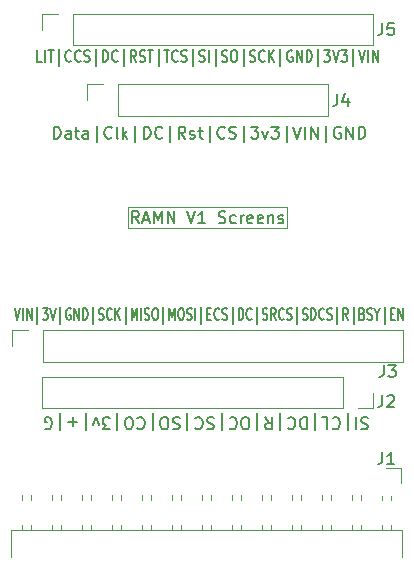
<source format=gbr>
G04 #@! TF.GenerationSoftware,KiCad,Pcbnew,(5.1.9)-1*
G04 #@! TF.CreationDate,2021-02-23T10:55:24+09:00*
G04 #@! TF.ProjectId,screens,73637265-656e-4732-9e6b-696361645f70,rev?*
G04 #@! TF.SameCoordinates,Original*
G04 #@! TF.FileFunction,Legend,Top*
G04 #@! TF.FilePolarity,Positive*
%FSLAX46Y46*%
G04 Gerber Fmt 4.6, Leading zero omitted, Abs format (unit mm)*
G04 Created by KiCad (PCBNEW (5.1.9)-1) date 2021-02-23 10:55:24*
%MOMM*%
%LPD*%
G01*
G04 APERTURE LIST*
%ADD10C,0.120000*%
%ADD11C,0.150000*%
G04 APERTURE END LIST*
D10*
X49758600Y-41910000D02*
X49758600Y-43688000D01*
X36296600Y-41910000D02*
X49758600Y-41910000D01*
X36296600Y-41910000D02*
X36296600Y-43688000D01*
X36296600Y-43688000D02*
X49758600Y-43688000D01*
D11*
X56616476Y-59793238D02*
X56473619Y-59745619D01*
X56235523Y-59745619D01*
X56140285Y-59793238D01*
X56092666Y-59840857D01*
X56045047Y-59936095D01*
X56045047Y-60031333D01*
X56092666Y-60126571D01*
X56140285Y-60174190D01*
X56235523Y-60221809D01*
X56426000Y-60269428D01*
X56521238Y-60317047D01*
X56568857Y-60364666D01*
X56616476Y-60459904D01*
X56616476Y-60555142D01*
X56568857Y-60650380D01*
X56521238Y-60698000D01*
X56426000Y-60745619D01*
X56187904Y-60745619D01*
X56045047Y-60698000D01*
X55616476Y-59745619D02*
X55616476Y-60745619D01*
X54902190Y-59412285D02*
X54902190Y-60840857D01*
X53616476Y-59840857D02*
X53664095Y-59793238D01*
X53806952Y-59745619D01*
X53902190Y-59745619D01*
X54045047Y-59793238D01*
X54140285Y-59888476D01*
X54187904Y-59983714D01*
X54235523Y-60174190D01*
X54235523Y-60317047D01*
X54187904Y-60507523D01*
X54140285Y-60602761D01*
X54045047Y-60698000D01*
X53902190Y-60745619D01*
X53806952Y-60745619D01*
X53664095Y-60698000D01*
X53616476Y-60650380D01*
X52711714Y-59745619D02*
X53187904Y-59745619D01*
X53187904Y-60745619D01*
X52140285Y-59412285D02*
X52140285Y-60840857D01*
X51426000Y-59745619D02*
X51426000Y-60745619D01*
X51187904Y-60745619D01*
X51045047Y-60698000D01*
X50949809Y-60602761D01*
X50902190Y-60507523D01*
X50854571Y-60317047D01*
X50854571Y-60174190D01*
X50902190Y-59983714D01*
X50949809Y-59888476D01*
X51045047Y-59793238D01*
X51187904Y-59745619D01*
X51426000Y-59745619D01*
X49854571Y-59840857D02*
X49902190Y-59793238D01*
X50045047Y-59745619D01*
X50140285Y-59745619D01*
X50283142Y-59793238D01*
X50378380Y-59888476D01*
X50426000Y-59983714D01*
X50473619Y-60174190D01*
X50473619Y-60317047D01*
X50426000Y-60507523D01*
X50378380Y-60602761D01*
X50283142Y-60698000D01*
X50140285Y-60745619D01*
X50045047Y-60745619D01*
X49902190Y-60698000D01*
X49854571Y-60650380D01*
X49187904Y-59412285D02*
X49187904Y-60840857D01*
X47902190Y-59745619D02*
X48235523Y-60221809D01*
X48473619Y-59745619D02*
X48473619Y-60745619D01*
X48092666Y-60745619D01*
X47997428Y-60698000D01*
X47949809Y-60650380D01*
X47902190Y-60555142D01*
X47902190Y-60412285D01*
X47949809Y-60317047D01*
X47997428Y-60269428D01*
X48092666Y-60221809D01*
X48473619Y-60221809D01*
X47235523Y-59412285D02*
X47235523Y-60840857D01*
X46330761Y-60745619D02*
X46140285Y-60745619D01*
X46045047Y-60698000D01*
X45949809Y-60602761D01*
X45902190Y-60412285D01*
X45902190Y-60078952D01*
X45949809Y-59888476D01*
X46045047Y-59793238D01*
X46140285Y-59745619D01*
X46330761Y-59745619D01*
X46426000Y-59793238D01*
X46521238Y-59888476D01*
X46568857Y-60078952D01*
X46568857Y-60412285D01*
X46521238Y-60602761D01*
X46426000Y-60698000D01*
X46330761Y-60745619D01*
X44902190Y-59840857D02*
X44949809Y-59793238D01*
X45092666Y-59745619D01*
X45187904Y-59745619D01*
X45330761Y-59793238D01*
X45426000Y-59888476D01*
X45473619Y-59983714D01*
X45521238Y-60174190D01*
X45521238Y-60317047D01*
X45473619Y-60507523D01*
X45426000Y-60602761D01*
X45330761Y-60698000D01*
X45187904Y-60745619D01*
X45092666Y-60745619D01*
X44949809Y-60698000D01*
X44902190Y-60650380D01*
X44235523Y-59412285D02*
X44235523Y-60840857D01*
X43568857Y-59793238D02*
X43426000Y-59745619D01*
X43187904Y-59745619D01*
X43092666Y-59793238D01*
X43045047Y-59840857D01*
X42997428Y-59936095D01*
X42997428Y-60031333D01*
X43045047Y-60126571D01*
X43092666Y-60174190D01*
X43187904Y-60221809D01*
X43378380Y-60269428D01*
X43473619Y-60317047D01*
X43521238Y-60364666D01*
X43568857Y-60459904D01*
X43568857Y-60555142D01*
X43521238Y-60650380D01*
X43473619Y-60698000D01*
X43378380Y-60745619D01*
X43140285Y-60745619D01*
X42997428Y-60698000D01*
X41997428Y-59840857D02*
X42045047Y-59793238D01*
X42187904Y-59745619D01*
X42283142Y-59745619D01*
X42426000Y-59793238D01*
X42521238Y-59888476D01*
X42568857Y-59983714D01*
X42616476Y-60174190D01*
X42616476Y-60317047D01*
X42568857Y-60507523D01*
X42521238Y-60602761D01*
X42426000Y-60698000D01*
X42283142Y-60745619D01*
X42187904Y-60745619D01*
X42045047Y-60698000D01*
X41997428Y-60650380D01*
X41330761Y-59412285D02*
X41330761Y-60840857D01*
X40664095Y-59793238D02*
X40521238Y-59745619D01*
X40283142Y-59745619D01*
X40187904Y-59793238D01*
X40140285Y-59840857D01*
X40092666Y-59936095D01*
X40092666Y-60031333D01*
X40140285Y-60126571D01*
X40187904Y-60174190D01*
X40283142Y-60221809D01*
X40473619Y-60269428D01*
X40568857Y-60317047D01*
X40616476Y-60364666D01*
X40664095Y-60459904D01*
X40664095Y-60555142D01*
X40616476Y-60650380D01*
X40568857Y-60698000D01*
X40473619Y-60745619D01*
X40235523Y-60745619D01*
X40092666Y-60698000D01*
X39473619Y-60745619D02*
X39283142Y-60745619D01*
X39187904Y-60698000D01*
X39092666Y-60602761D01*
X39045047Y-60412285D01*
X39045047Y-60078952D01*
X39092666Y-59888476D01*
X39187904Y-59793238D01*
X39283142Y-59745619D01*
X39473619Y-59745619D01*
X39568857Y-59793238D01*
X39664095Y-59888476D01*
X39711714Y-60078952D01*
X39711714Y-60412285D01*
X39664095Y-60602761D01*
X39568857Y-60698000D01*
X39473619Y-60745619D01*
X38378380Y-59412285D02*
X38378380Y-60840857D01*
X37092666Y-59840857D02*
X37140285Y-59793238D01*
X37283142Y-59745619D01*
X37378380Y-59745619D01*
X37521238Y-59793238D01*
X37616476Y-59888476D01*
X37664095Y-59983714D01*
X37711714Y-60174190D01*
X37711714Y-60317047D01*
X37664095Y-60507523D01*
X37616476Y-60602761D01*
X37521238Y-60698000D01*
X37378380Y-60745619D01*
X37283142Y-60745619D01*
X37140285Y-60698000D01*
X37092666Y-60650380D01*
X36473619Y-60745619D02*
X36283142Y-60745619D01*
X36187904Y-60698000D01*
X36092666Y-60602761D01*
X36045047Y-60412285D01*
X36045047Y-60078952D01*
X36092666Y-59888476D01*
X36187904Y-59793238D01*
X36283142Y-59745619D01*
X36473619Y-59745619D01*
X36568857Y-59793238D01*
X36664095Y-59888476D01*
X36711714Y-60078952D01*
X36711714Y-60412285D01*
X36664095Y-60602761D01*
X36568857Y-60698000D01*
X36473619Y-60745619D01*
X35378380Y-59412285D02*
X35378380Y-60840857D01*
X34759333Y-60745619D02*
X34140285Y-60745619D01*
X34473619Y-60364666D01*
X34330761Y-60364666D01*
X34235523Y-60317047D01*
X34187904Y-60269428D01*
X34140285Y-60174190D01*
X34140285Y-59936095D01*
X34187904Y-59840857D01*
X34235523Y-59793238D01*
X34330761Y-59745619D01*
X34616476Y-59745619D01*
X34711714Y-59793238D01*
X34759333Y-59840857D01*
X33806952Y-60412285D02*
X33568857Y-59745619D01*
X33330761Y-60412285D01*
X32711714Y-59412285D02*
X32711714Y-60840857D01*
X31997428Y-60126571D02*
X31235523Y-60126571D01*
X31616476Y-59745619D02*
X31616476Y-60507523D01*
X30521238Y-59412285D02*
X30521238Y-60840857D01*
X29283142Y-60698000D02*
X29378380Y-60745619D01*
X29521238Y-60745619D01*
X29664095Y-60698000D01*
X29759333Y-60602761D01*
X29806952Y-60507523D01*
X29854571Y-60317047D01*
X29854571Y-60174190D01*
X29806952Y-59983714D01*
X29759333Y-59888476D01*
X29664095Y-59793238D01*
X29521238Y-59745619D01*
X29426000Y-59745619D01*
X29283142Y-59793238D01*
X29235523Y-59840857D01*
X29235523Y-60174190D01*
X29426000Y-60174190D01*
X37218076Y-43302180D02*
X36884742Y-42825990D01*
X36646647Y-43302180D02*
X36646647Y-42302180D01*
X37027600Y-42302180D01*
X37122838Y-42349800D01*
X37170457Y-42397419D01*
X37218076Y-42492657D01*
X37218076Y-42635514D01*
X37170457Y-42730752D01*
X37122838Y-42778371D01*
X37027600Y-42825990D01*
X36646647Y-42825990D01*
X37599028Y-43016466D02*
X38075219Y-43016466D01*
X37503790Y-43302180D02*
X37837123Y-42302180D01*
X38170457Y-43302180D01*
X38503790Y-43302180D02*
X38503790Y-42302180D01*
X38837123Y-43016466D01*
X39170457Y-42302180D01*
X39170457Y-43302180D01*
X39646647Y-43302180D02*
X39646647Y-42302180D01*
X40218076Y-43302180D01*
X40218076Y-42302180D01*
X41313314Y-42302180D02*
X41646647Y-43302180D01*
X41979980Y-42302180D01*
X42837123Y-43302180D02*
X42265695Y-43302180D01*
X42551409Y-43302180D02*
X42551409Y-42302180D01*
X42456171Y-42445038D01*
X42360933Y-42540276D01*
X42265695Y-42587895D01*
X43979980Y-43254561D02*
X44122838Y-43302180D01*
X44360933Y-43302180D01*
X44456171Y-43254561D01*
X44503790Y-43206942D01*
X44551409Y-43111704D01*
X44551409Y-43016466D01*
X44503790Y-42921228D01*
X44456171Y-42873609D01*
X44360933Y-42825990D01*
X44170457Y-42778371D01*
X44075219Y-42730752D01*
X44027600Y-42683133D01*
X43979980Y-42587895D01*
X43979980Y-42492657D01*
X44027600Y-42397419D01*
X44075219Y-42349800D01*
X44170457Y-42302180D01*
X44408552Y-42302180D01*
X44551409Y-42349800D01*
X45408552Y-43254561D02*
X45313314Y-43302180D01*
X45122838Y-43302180D01*
X45027600Y-43254561D01*
X44979980Y-43206942D01*
X44932361Y-43111704D01*
X44932361Y-42825990D01*
X44979980Y-42730752D01*
X45027600Y-42683133D01*
X45122838Y-42635514D01*
X45313314Y-42635514D01*
X45408552Y-42683133D01*
X45837123Y-43302180D02*
X45837123Y-42635514D01*
X45837123Y-42825990D02*
X45884742Y-42730752D01*
X45932361Y-42683133D01*
X46027600Y-42635514D01*
X46122838Y-42635514D01*
X46837123Y-43254561D02*
X46741885Y-43302180D01*
X46551409Y-43302180D01*
X46456171Y-43254561D01*
X46408552Y-43159323D01*
X46408552Y-42778371D01*
X46456171Y-42683133D01*
X46551409Y-42635514D01*
X46741885Y-42635514D01*
X46837123Y-42683133D01*
X46884742Y-42778371D01*
X46884742Y-42873609D01*
X46408552Y-42968847D01*
X47694266Y-43254561D02*
X47599028Y-43302180D01*
X47408552Y-43302180D01*
X47313314Y-43254561D01*
X47265695Y-43159323D01*
X47265695Y-42778371D01*
X47313314Y-42683133D01*
X47408552Y-42635514D01*
X47599028Y-42635514D01*
X47694266Y-42683133D01*
X47741885Y-42778371D01*
X47741885Y-42873609D01*
X47265695Y-42968847D01*
X48170457Y-42635514D02*
X48170457Y-43302180D01*
X48170457Y-42730752D02*
X48218076Y-42683133D01*
X48313314Y-42635514D01*
X48456171Y-42635514D01*
X48551409Y-42683133D01*
X48599028Y-42778371D01*
X48599028Y-43302180D01*
X49027600Y-43254561D02*
X49122838Y-43302180D01*
X49313314Y-43302180D01*
X49408552Y-43254561D01*
X49456171Y-43159323D01*
X49456171Y-43111704D01*
X49408552Y-43016466D01*
X49313314Y-42968847D01*
X49170457Y-42968847D01*
X49075219Y-42921228D01*
X49027600Y-42825990D01*
X49027600Y-42778371D01*
X49075219Y-42683133D01*
X49170457Y-42635514D01*
X49313314Y-42635514D01*
X49408552Y-42683133D01*
X26696666Y-50506380D02*
X26930000Y-51506380D01*
X27163333Y-50506380D01*
X27396666Y-51506380D02*
X27396666Y-50506380D01*
X27730000Y-51506380D02*
X27730000Y-50506380D01*
X28130000Y-51506380D01*
X28130000Y-50506380D01*
X28630000Y-51839714D02*
X28630000Y-50411142D01*
X29063333Y-50506380D02*
X29496666Y-50506380D01*
X29263333Y-50887333D01*
X29363333Y-50887333D01*
X29430000Y-50934952D01*
X29463333Y-50982571D01*
X29496666Y-51077809D01*
X29496666Y-51315904D01*
X29463333Y-51411142D01*
X29430000Y-51458761D01*
X29363333Y-51506380D01*
X29163333Y-51506380D01*
X29096666Y-51458761D01*
X29063333Y-51411142D01*
X29696666Y-50506380D02*
X29930000Y-51506380D01*
X30163333Y-50506380D01*
X30563333Y-51839714D02*
X30563333Y-50411142D01*
X31430000Y-50554000D02*
X31363333Y-50506380D01*
X31263333Y-50506380D01*
X31163333Y-50554000D01*
X31096666Y-50649238D01*
X31063333Y-50744476D01*
X31030000Y-50934952D01*
X31030000Y-51077809D01*
X31063333Y-51268285D01*
X31096666Y-51363523D01*
X31163333Y-51458761D01*
X31263333Y-51506380D01*
X31330000Y-51506380D01*
X31430000Y-51458761D01*
X31463333Y-51411142D01*
X31463333Y-51077809D01*
X31330000Y-51077809D01*
X31763333Y-51506380D02*
X31763333Y-50506380D01*
X32163333Y-51506380D01*
X32163333Y-50506380D01*
X32496666Y-51506380D02*
X32496666Y-50506380D01*
X32663333Y-50506380D01*
X32763333Y-50554000D01*
X32830000Y-50649238D01*
X32863333Y-50744476D01*
X32896666Y-50934952D01*
X32896666Y-51077809D01*
X32863333Y-51268285D01*
X32830000Y-51363523D01*
X32763333Y-51458761D01*
X32663333Y-51506380D01*
X32496666Y-51506380D01*
X33363333Y-51839714D02*
X33363333Y-50411142D01*
X33830000Y-51458761D02*
X33930000Y-51506380D01*
X34096666Y-51506380D01*
X34163333Y-51458761D01*
X34196666Y-51411142D01*
X34230000Y-51315904D01*
X34230000Y-51220666D01*
X34196666Y-51125428D01*
X34163333Y-51077809D01*
X34096666Y-51030190D01*
X33963333Y-50982571D01*
X33896666Y-50934952D01*
X33863333Y-50887333D01*
X33830000Y-50792095D01*
X33830000Y-50696857D01*
X33863333Y-50601619D01*
X33896666Y-50554000D01*
X33963333Y-50506380D01*
X34130000Y-50506380D01*
X34230000Y-50554000D01*
X34930000Y-51411142D02*
X34896666Y-51458761D01*
X34796666Y-51506380D01*
X34730000Y-51506380D01*
X34630000Y-51458761D01*
X34563333Y-51363523D01*
X34530000Y-51268285D01*
X34496666Y-51077809D01*
X34496666Y-50934952D01*
X34530000Y-50744476D01*
X34563333Y-50649238D01*
X34630000Y-50554000D01*
X34730000Y-50506380D01*
X34796666Y-50506380D01*
X34896666Y-50554000D01*
X34930000Y-50601619D01*
X35230000Y-51506380D02*
X35230000Y-50506380D01*
X35630000Y-51506380D02*
X35330000Y-50934952D01*
X35630000Y-50506380D02*
X35230000Y-51077809D01*
X36096666Y-51839714D02*
X36096666Y-50411142D01*
X36596666Y-51506380D02*
X36596666Y-50506380D01*
X36830000Y-51220666D01*
X37063333Y-50506380D01*
X37063333Y-51506380D01*
X37396666Y-51506380D02*
X37396666Y-50506380D01*
X37696666Y-51458761D02*
X37796666Y-51506380D01*
X37963333Y-51506380D01*
X38030000Y-51458761D01*
X38063333Y-51411142D01*
X38096666Y-51315904D01*
X38096666Y-51220666D01*
X38063333Y-51125428D01*
X38030000Y-51077809D01*
X37963333Y-51030190D01*
X37830000Y-50982571D01*
X37763333Y-50934952D01*
X37730000Y-50887333D01*
X37696666Y-50792095D01*
X37696666Y-50696857D01*
X37730000Y-50601619D01*
X37763333Y-50554000D01*
X37830000Y-50506380D01*
X37996666Y-50506380D01*
X38096666Y-50554000D01*
X38530000Y-50506380D02*
X38663333Y-50506380D01*
X38730000Y-50554000D01*
X38796666Y-50649238D01*
X38830000Y-50839714D01*
X38830000Y-51173047D01*
X38796666Y-51363523D01*
X38730000Y-51458761D01*
X38663333Y-51506380D01*
X38530000Y-51506380D01*
X38463333Y-51458761D01*
X38396666Y-51363523D01*
X38363333Y-51173047D01*
X38363333Y-50839714D01*
X38396666Y-50649238D01*
X38463333Y-50554000D01*
X38530000Y-50506380D01*
X39296666Y-51839714D02*
X39296666Y-50411142D01*
X39796666Y-51506380D02*
X39796666Y-50506380D01*
X40030000Y-51220666D01*
X40263333Y-50506380D01*
X40263333Y-51506380D01*
X40730000Y-50506380D02*
X40863333Y-50506380D01*
X40930000Y-50554000D01*
X40996666Y-50649238D01*
X41030000Y-50839714D01*
X41030000Y-51173047D01*
X40996666Y-51363523D01*
X40930000Y-51458761D01*
X40863333Y-51506380D01*
X40730000Y-51506380D01*
X40663333Y-51458761D01*
X40596666Y-51363523D01*
X40563333Y-51173047D01*
X40563333Y-50839714D01*
X40596666Y-50649238D01*
X40663333Y-50554000D01*
X40730000Y-50506380D01*
X41296666Y-51458761D02*
X41396666Y-51506380D01*
X41563333Y-51506380D01*
X41630000Y-51458761D01*
X41663333Y-51411142D01*
X41696666Y-51315904D01*
X41696666Y-51220666D01*
X41663333Y-51125428D01*
X41630000Y-51077809D01*
X41563333Y-51030190D01*
X41430000Y-50982571D01*
X41363333Y-50934952D01*
X41330000Y-50887333D01*
X41296666Y-50792095D01*
X41296666Y-50696857D01*
X41330000Y-50601619D01*
X41363333Y-50554000D01*
X41430000Y-50506380D01*
X41596666Y-50506380D01*
X41696666Y-50554000D01*
X41996666Y-51506380D02*
X41996666Y-50506380D01*
X42496666Y-51839714D02*
X42496666Y-50411142D01*
X42996666Y-50982571D02*
X43230000Y-50982571D01*
X43330000Y-51506380D02*
X42996666Y-51506380D01*
X42996666Y-50506380D01*
X43330000Y-50506380D01*
X44030000Y-51411142D02*
X43996666Y-51458761D01*
X43896666Y-51506380D01*
X43830000Y-51506380D01*
X43730000Y-51458761D01*
X43663333Y-51363523D01*
X43630000Y-51268285D01*
X43596666Y-51077809D01*
X43596666Y-50934952D01*
X43630000Y-50744476D01*
X43663333Y-50649238D01*
X43730000Y-50554000D01*
X43830000Y-50506380D01*
X43896666Y-50506380D01*
X43996666Y-50554000D01*
X44030000Y-50601619D01*
X44296666Y-51458761D02*
X44396666Y-51506380D01*
X44563333Y-51506380D01*
X44630000Y-51458761D01*
X44663333Y-51411142D01*
X44696666Y-51315904D01*
X44696666Y-51220666D01*
X44663333Y-51125428D01*
X44630000Y-51077809D01*
X44563333Y-51030190D01*
X44430000Y-50982571D01*
X44363333Y-50934952D01*
X44330000Y-50887333D01*
X44296666Y-50792095D01*
X44296666Y-50696857D01*
X44330000Y-50601619D01*
X44363333Y-50554000D01*
X44430000Y-50506380D01*
X44596666Y-50506380D01*
X44696666Y-50554000D01*
X45163333Y-51839714D02*
X45163333Y-50411142D01*
X45663333Y-51506380D02*
X45663333Y-50506380D01*
X45830000Y-50506380D01*
X45930000Y-50554000D01*
X45996666Y-50649238D01*
X46030000Y-50744476D01*
X46063333Y-50934952D01*
X46063333Y-51077809D01*
X46030000Y-51268285D01*
X45996666Y-51363523D01*
X45930000Y-51458761D01*
X45830000Y-51506380D01*
X45663333Y-51506380D01*
X46763333Y-51411142D02*
X46730000Y-51458761D01*
X46630000Y-51506380D01*
X46563333Y-51506380D01*
X46463333Y-51458761D01*
X46396666Y-51363523D01*
X46363333Y-51268285D01*
X46330000Y-51077809D01*
X46330000Y-50934952D01*
X46363333Y-50744476D01*
X46396666Y-50649238D01*
X46463333Y-50554000D01*
X46563333Y-50506380D01*
X46630000Y-50506380D01*
X46730000Y-50554000D01*
X46763333Y-50601619D01*
X47230000Y-51839714D02*
X47230000Y-50411142D01*
X47696666Y-51458761D02*
X47796666Y-51506380D01*
X47963333Y-51506380D01*
X48030000Y-51458761D01*
X48063333Y-51411142D01*
X48096666Y-51315904D01*
X48096666Y-51220666D01*
X48063333Y-51125428D01*
X48030000Y-51077809D01*
X47963333Y-51030190D01*
X47830000Y-50982571D01*
X47763333Y-50934952D01*
X47730000Y-50887333D01*
X47696666Y-50792095D01*
X47696666Y-50696857D01*
X47730000Y-50601619D01*
X47763333Y-50554000D01*
X47830000Y-50506380D01*
X47996666Y-50506380D01*
X48096666Y-50554000D01*
X48796666Y-51506380D02*
X48563333Y-51030190D01*
X48396666Y-51506380D02*
X48396666Y-50506380D01*
X48663333Y-50506380D01*
X48730000Y-50554000D01*
X48763333Y-50601619D01*
X48796666Y-50696857D01*
X48796666Y-50839714D01*
X48763333Y-50934952D01*
X48730000Y-50982571D01*
X48663333Y-51030190D01*
X48396666Y-51030190D01*
X49496666Y-51411142D02*
X49463333Y-51458761D01*
X49363333Y-51506380D01*
X49296666Y-51506380D01*
X49196666Y-51458761D01*
X49130000Y-51363523D01*
X49096666Y-51268285D01*
X49063333Y-51077809D01*
X49063333Y-50934952D01*
X49096666Y-50744476D01*
X49130000Y-50649238D01*
X49196666Y-50554000D01*
X49296666Y-50506380D01*
X49363333Y-50506380D01*
X49463333Y-50554000D01*
X49496666Y-50601619D01*
X49763333Y-51458761D02*
X49863333Y-51506380D01*
X50030000Y-51506380D01*
X50096666Y-51458761D01*
X50130000Y-51411142D01*
X50163333Y-51315904D01*
X50163333Y-51220666D01*
X50130000Y-51125428D01*
X50096666Y-51077809D01*
X50030000Y-51030190D01*
X49896666Y-50982571D01*
X49830000Y-50934952D01*
X49796666Y-50887333D01*
X49763333Y-50792095D01*
X49763333Y-50696857D01*
X49796666Y-50601619D01*
X49830000Y-50554000D01*
X49896666Y-50506380D01*
X50063333Y-50506380D01*
X50163333Y-50554000D01*
X50630000Y-51839714D02*
X50630000Y-50411142D01*
X51096666Y-51458761D02*
X51196666Y-51506380D01*
X51363333Y-51506380D01*
X51430000Y-51458761D01*
X51463333Y-51411142D01*
X51496666Y-51315904D01*
X51496666Y-51220666D01*
X51463333Y-51125428D01*
X51430000Y-51077809D01*
X51363333Y-51030190D01*
X51230000Y-50982571D01*
X51163333Y-50934952D01*
X51130000Y-50887333D01*
X51096666Y-50792095D01*
X51096666Y-50696857D01*
X51130000Y-50601619D01*
X51163333Y-50554000D01*
X51230000Y-50506380D01*
X51396666Y-50506380D01*
X51496666Y-50554000D01*
X51796666Y-51506380D02*
X51796666Y-50506380D01*
X51963333Y-50506380D01*
X52063333Y-50554000D01*
X52130000Y-50649238D01*
X52163333Y-50744476D01*
X52196666Y-50934952D01*
X52196666Y-51077809D01*
X52163333Y-51268285D01*
X52130000Y-51363523D01*
X52063333Y-51458761D01*
X51963333Y-51506380D01*
X51796666Y-51506380D01*
X52896666Y-51411142D02*
X52863333Y-51458761D01*
X52763333Y-51506380D01*
X52696666Y-51506380D01*
X52596666Y-51458761D01*
X52530000Y-51363523D01*
X52496666Y-51268285D01*
X52463333Y-51077809D01*
X52463333Y-50934952D01*
X52496666Y-50744476D01*
X52530000Y-50649238D01*
X52596666Y-50554000D01*
X52696666Y-50506380D01*
X52763333Y-50506380D01*
X52863333Y-50554000D01*
X52896666Y-50601619D01*
X53163333Y-51458761D02*
X53263333Y-51506380D01*
X53430000Y-51506380D01*
X53496666Y-51458761D01*
X53530000Y-51411142D01*
X53563333Y-51315904D01*
X53563333Y-51220666D01*
X53530000Y-51125428D01*
X53496666Y-51077809D01*
X53430000Y-51030190D01*
X53296666Y-50982571D01*
X53230000Y-50934952D01*
X53196666Y-50887333D01*
X53163333Y-50792095D01*
X53163333Y-50696857D01*
X53196666Y-50601619D01*
X53230000Y-50554000D01*
X53296666Y-50506380D01*
X53463333Y-50506380D01*
X53563333Y-50554000D01*
X54030000Y-51839714D02*
X54030000Y-50411142D01*
X54930000Y-51506380D02*
X54696666Y-51030190D01*
X54530000Y-51506380D02*
X54530000Y-50506380D01*
X54796666Y-50506380D01*
X54863333Y-50554000D01*
X54896666Y-50601619D01*
X54930000Y-50696857D01*
X54930000Y-50839714D01*
X54896666Y-50934952D01*
X54863333Y-50982571D01*
X54796666Y-51030190D01*
X54530000Y-51030190D01*
X55396666Y-51839714D02*
X55396666Y-50411142D01*
X56130000Y-50982571D02*
X56230000Y-51030190D01*
X56263333Y-51077809D01*
X56296666Y-51173047D01*
X56296666Y-51315904D01*
X56263333Y-51411142D01*
X56230000Y-51458761D01*
X56163333Y-51506380D01*
X55896666Y-51506380D01*
X55896666Y-50506380D01*
X56130000Y-50506380D01*
X56196666Y-50554000D01*
X56230000Y-50601619D01*
X56263333Y-50696857D01*
X56263333Y-50792095D01*
X56230000Y-50887333D01*
X56196666Y-50934952D01*
X56130000Y-50982571D01*
X55896666Y-50982571D01*
X56563333Y-51458761D02*
X56663333Y-51506380D01*
X56830000Y-51506380D01*
X56896666Y-51458761D01*
X56930000Y-51411142D01*
X56963333Y-51315904D01*
X56963333Y-51220666D01*
X56930000Y-51125428D01*
X56896666Y-51077809D01*
X56830000Y-51030190D01*
X56696666Y-50982571D01*
X56630000Y-50934952D01*
X56596666Y-50887333D01*
X56563333Y-50792095D01*
X56563333Y-50696857D01*
X56596666Y-50601619D01*
X56630000Y-50554000D01*
X56696666Y-50506380D01*
X56863333Y-50506380D01*
X56963333Y-50554000D01*
X57396666Y-51030190D02*
X57396666Y-51506380D01*
X57163333Y-50506380D02*
X57396666Y-51030190D01*
X57630000Y-50506380D01*
X58030000Y-51839714D02*
X58030000Y-50411142D01*
X58530000Y-50982571D02*
X58763333Y-50982571D01*
X58863333Y-51506380D02*
X58530000Y-51506380D01*
X58530000Y-50506380D01*
X58863333Y-50506380D01*
X59163333Y-51506380D02*
X59163333Y-50506380D01*
X59563333Y-51506380D01*
X59563333Y-50506380D01*
X30013333Y-36139380D02*
X30013333Y-35139380D01*
X30251428Y-35139380D01*
X30394285Y-35187000D01*
X30489523Y-35282238D01*
X30537142Y-35377476D01*
X30584761Y-35567952D01*
X30584761Y-35710809D01*
X30537142Y-35901285D01*
X30489523Y-35996523D01*
X30394285Y-36091761D01*
X30251428Y-36139380D01*
X30013333Y-36139380D01*
X31441904Y-36139380D02*
X31441904Y-35615571D01*
X31394285Y-35520333D01*
X31299047Y-35472714D01*
X31108571Y-35472714D01*
X31013333Y-35520333D01*
X31441904Y-36091761D02*
X31346666Y-36139380D01*
X31108571Y-36139380D01*
X31013333Y-36091761D01*
X30965714Y-35996523D01*
X30965714Y-35901285D01*
X31013333Y-35806047D01*
X31108571Y-35758428D01*
X31346666Y-35758428D01*
X31441904Y-35710809D01*
X31775238Y-35472714D02*
X32156190Y-35472714D01*
X31918095Y-35139380D02*
X31918095Y-35996523D01*
X31965714Y-36091761D01*
X32060952Y-36139380D01*
X32156190Y-36139380D01*
X32918095Y-36139380D02*
X32918095Y-35615571D01*
X32870476Y-35520333D01*
X32775238Y-35472714D01*
X32584761Y-35472714D01*
X32489523Y-35520333D01*
X32918095Y-36091761D02*
X32822857Y-36139380D01*
X32584761Y-36139380D01*
X32489523Y-36091761D01*
X32441904Y-35996523D01*
X32441904Y-35901285D01*
X32489523Y-35806047D01*
X32584761Y-35758428D01*
X32822857Y-35758428D01*
X32918095Y-35710809D01*
X33632380Y-36472714D02*
X33632380Y-35044142D01*
X34918095Y-36044142D02*
X34870476Y-36091761D01*
X34727619Y-36139380D01*
X34632380Y-36139380D01*
X34489523Y-36091761D01*
X34394285Y-35996523D01*
X34346666Y-35901285D01*
X34299047Y-35710809D01*
X34299047Y-35567952D01*
X34346666Y-35377476D01*
X34394285Y-35282238D01*
X34489523Y-35187000D01*
X34632380Y-35139380D01*
X34727619Y-35139380D01*
X34870476Y-35187000D01*
X34918095Y-35234619D01*
X35489523Y-36139380D02*
X35394285Y-36091761D01*
X35346666Y-35996523D01*
X35346666Y-35139380D01*
X35870476Y-36139380D02*
X35870476Y-35139380D01*
X35965714Y-35758428D02*
X36251428Y-36139380D01*
X36251428Y-35472714D02*
X35870476Y-35853666D01*
X36918095Y-36472714D02*
X36918095Y-35044142D01*
X37632380Y-36139380D02*
X37632380Y-35139380D01*
X37870476Y-35139380D01*
X38013333Y-35187000D01*
X38108571Y-35282238D01*
X38156190Y-35377476D01*
X38203809Y-35567952D01*
X38203809Y-35710809D01*
X38156190Y-35901285D01*
X38108571Y-35996523D01*
X38013333Y-36091761D01*
X37870476Y-36139380D01*
X37632380Y-36139380D01*
X39203809Y-36044142D02*
X39156190Y-36091761D01*
X39013333Y-36139380D01*
X38918095Y-36139380D01*
X38775238Y-36091761D01*
X38680000Y-35996523D01*
X38632380Y-35901285D01*
X38584761Y-35710809D01*
X38584761Y-35567952D01*
X38632380Y-35377476D01*
X38680000Y-35282238D01*
X38775238Y-35187000D01*
X38918095Y-35139380D01*
X39013333Y-35139380D01*
X39156190Y-35187000D01*
X39203809Y-35234619D01*
X39870476Y-36472714D02*
X39870476Y-35044142D01*
X41156190Y-36139380D02*
X40822857Y-35663190D01*
X40584761Y-36139380D02*
X40584761Y-35139380D01*
X40965714Y-35139380D01*
X41060952Y-35187000D01*
X41108571Y-35234619D01*
X41156190Y-35329857D01*
X41156190Y-35472714D01*
X41108571Y-35567952D01*
X41060952Y-35615571D01*
X40965714Y-35663190D01*
X40584761Y-35663190D01*
X41537142Y-36091761D02*
X41632380Y-36139380D01*
X41822857Y-36139380D01*
X41918095Y-36091761D01*
X41965714Y-35996523D01*
X41965714Y-35948904D01*
X41918095Y-35853666D01*
X41822857Y-35806047D01*
X41680000Y-35806047D01*
X41584761Y-35758428D01*
X41537142Y-35663190D01*
X41537142Y-35615571D01*
X41584761Y-35520333D01*
X41680000Y-35472714D01*
X41822857Y-35472714D01*
X41918095Y-35520333D01*
X42251428Y-35472714D02*
X42632380Y-35472714D01*
X42394285Y-35139380D02*
X42394285Y-35996523D01*
X42441904Y-36091761D01*
X42537142Y-36139380D01*
X42632380Y-36139380D01*
X43203809Y-36472714D02*
X43203809Y-35044142D01*
X44489523Y-36044142D02*
X44441904Y-36091761D01*
X44299047Y-36139380D01*
X44203809Y-36139380D01*
X44060952Y-36091761D01*
X43965714Y-35996523D01*
X43918095Y-35901285D01*
X43870476Y-35710809D01*
X43870476Y-35567952D01*
X43918095Y-35377476D01*
X43965714Y-35282238D01*
X44060952Y-35187000D01*
X44203809Y-35139380D01*
X44299047Y-35139380D01*
X44441904Y-35187000D01*
X44489523Y-35234619D01*
X44870476Y-36091761D02*
X45013333Y-36139380D01*
X45251428Y-36139380D01*
X45346666Y-36091761D01*
X45394285Y-36044142D01*
X45441904Y-35948904D01*
X45441904Y-35853666D01*
X45394285Y-35758428D01*
X45346666Y-35710809D01*
X45251428Y-35663190D01*
X45060952Y-35615571D01*
X44965714Y-35567952D01*
X44918095Y-35520333D01*
X44870476Y-35425095D01*
X44870476Y-35329857D01*
X44918095Y-35234619D01*
X44965714Y-35187000D01*
X45060952Y-35139380D01*
X45299047Y-35139380D01*
X45441904Y-35187000D01*
X46108571Y-36472714D02*
X46108571Y-35044142D01*
X46727619Y-35139380D02*
X47346666Y-35139380D01*
X47013333Y-35520333D01*
X47156190Y-35520333D01*
X47251428Y-35567952D01*
X47299047Y-35615571D01*
X47346666Y-35710809D01*
X47346666Y-35948904D01*
X47299047Y-36044142D01*
X47251428Y-36091761D01*
X47156190Y-36139380D01*
X46870476Y-36139380D01*
X46775238Y-36091761D01*
X46727619Y-36044142D01*
X47680000Y-35472714D02*
X47918095Y-36139380D01*
X48156190Y-35472714D01*
X48441904Y-35139380D02*
X49060952Y-35139380D01*
X48727619Y-35520333D01*
X48870476Y-35520333D01*
X48965714Y-35567952D01*
X49013333Y-35615571D01*
X49060952Y-35710809D01*
X49060952Y-35948904D01*
X49013333Y-36044142D01*
X48965714Y-36091761D01*
X48870476Y-36139380D01*
X48584761Y-36139380D01*
X48489523Y-36091761D01*
X48441904Y-36044142D01*
X49727619Y-36472714D02*
X49727619Y-35044142D01*
X50299047Y-35139380D02*
X50632380Y-36139380D01*
X50965714Y-35139380D01*
X51299047Y-36139380D02*
X51299047Y-35139380D01*
X51775238Y-36139380D02*
X51775238Y-35139380D01*
X52346666Y-36139380D01*
X52346666Y-35139380D01*
X53060952Y-36472714D02*
X53060952Y-35044142D01*
X54299047Y-35187000D02*
X54203809Y-35139380D01*
X54060952Y-35139380D01*
X53918095Y-35187000D01*
X53822857Y-35282238D01*
X53775238Y-35377476D01*
X53727619Y-35567952D01*
X53727619Y-35710809D01*
X53775238Y-35901285D01*
X53822857Y-35996523D01*
X53918095Y-36091761D01*
X54060952Y-36139380D01*
X54156190Y-36139380D01*
X54299047Y-36091761D01*
X54346666Y-36044142D01*
X54346666Y-35710809D01*
X54156190Y-35710809D01*
X54775238Y-36139380D02*
X54775238Y-35139380D01*
X55346666Y-36139380D01*
X55346666Y-35139380D01*
X55822857Y-36139380D02*
X55822857Y-35139380D01*
X56060952Y-35139380D01*
X56203809Y-35187000D01*
X56299047Y-35282238D01*
X56346666Y-35377476D01*
X56394285Y-35567952D01*
X56394285Y-35710809D01*
X56346666Y-35901285D01*
X56299047Y-35996523D01*
X56203809Y-36091761D01*
X56060952Y-36139380D01*
X55822857Y-36139380D01*
X29014904Y-29662380D02*
X28633952Y-29662380D01*
X28633952Y-28662380D01*
X29281571Y-29662380D02*
X29281571Y-28662380D01*
X29548238Y-28662380D02*
X30005380Y-28662380D01*
X29776809Y-29662380D02*
X29776809Y-28662380D01*
X30462523Y-29995714D02*
X30462523Y-28567142D01*
X31491095Y-29567142D02*
X31453000Y-29614761D01*
X31338714Y-29662380D01*
X31262523Y-29662380D01*
X31148238Y-29614761D01*
X31072047Y-29519523D01*
X31033952Y-29424285D01*
X30995857Y-29233809D01*
X30995857Y-29090952D01*
X31033952Y-28900476D01*
X31072047Y-28805238D01*
X31148238Y-28710000D01*
X31262523Y-28662380D01*
X31338714Y-28662380D01*
X31453000Y-28710000D01*
X31491095Y-28757619D01*
X32291095Y-29567142D02*
X32253000Y-29614761D01*
X32138714Y-29662380D01*
X32062523Y-29662380D01*
X31948238Y-29614761D01*
X31872047Y-29519523D01*
X31833952Y-29424285D01*
X31795857Y-29233809D01*
X31795857Y-29090952D01*
X31833952Y-28900476D01*
X31872047Y-28805238D01*
X31948238Y-28710000D01*
X32062523Y-28662380D01*
X32138714Y-28662380D01*
X32253000Y-28710000D01*
X32291095Y-28757619D01*
X32595857Y-29614761D02*
X32710142Y-29662380D01*
X32900619Y-29662380D01*
X32976809Y-29614761D01*
X33014904Y-29567142D01*
X33053000Y-29471904D01*
X33053000Y-29376666D01*
X33014904Y-29281428D01*
X32976809Y-29233809D01*
X32900619Y-29186190D01*
X32748238Y-29138571D01*
X32672047Y-29090952D01*
X32633952Y-29043333D01*
X32595857Y-28948095D01*
X32595857Y-28852857D01*
X32633952Y-28757619D01*
X32672047Y-28710000D01*
X32748238Y-28662380D01*
X32938714Y-28662380D01*
X33053000Y-28710000D01*
X33586333Y-29995714D02*
X33586333Y-28567142D01*
X34157761Y-29662380D02*
X34157761Y-28662380D01*
X34348238Y-28662380D01*
X34462523Y-28710000D01*
X34538714Y-28805238D01*
X34576809Y-28900476D01*
X34614904Y-29090952D01*
X34614904Y-29233809D01*
X34576809Y-29424285D01*
X34538714Y-29519523D01*
X34462523Y-29614761D01*
X34348238Y-29662380D01*
X34157761Y-29662380D01*
X35414904Y-29567142D02*
X35376809Y-29614761D01*
X35262523Y-29662380D01*
X35186333Y-29662380D01*
X35072047Y-29614761D01*
X34995857Y-29519523D01*
X34957761Y-29424285D01*
X34919666Y-29233809D01*
X34919666Y-29090952D01*
X34957761Y-28900476D01*
X34995857Y-28805238D01*
X35072047Y-28710000D01*
X35186333Y-28662380D01*
X35262523Y-28662380D01*
X35376809Y-28710000D01*
X35414904Y-28757619D01*
X35948238Y-29995714D02*
X35948238Y-28567142D01*
X36976809Y-29662380D02*
X36710142Y-29186190D01*
X36519666Y-29662380D02*
X36519666Y-28662380D01*
X36824428Y-28662380D01*
X36900619Y-28710000D01*
X36938714Y-28757619D01*
X36976809Y-28852857D01*
X36976809Y-28995714D01*
X36938714Y-29090952D01*
X36900619Y-29138571D01*
X36824428Y-29186190D01*
X36519666Y-29186190D01*
X37281571Y-29614761D02*
X37395857Y-29662380D01*
X37586333Y-29662380D01*
X37662523Y-29614761D01*
X37700619Y-29567142D01*
X37738714Y-29471904D01*
X37738714Y-29376666D01*
X37700619Y-29281428D01*
X37662523Y-29233809D01*
X37586333Y-29186190D01*
X37433952Y-29138571D01*
X37357761Y-29090952D01*
X37319666Y-29043333D01*
X37281571Y-28948095D01*
X37281571Y-28852857D01*
X37319666Y-28757619D01*
X37357761Y-28710000D01*
X37433952Y-28662380D01*
X37624428Y-28662380D01*
X37738714Y-28710000D01*
X37967285Y-28662380D02*
X38424428Y-28662380D01*
X38195857Y-29662380D02*
X38195857Y-28662380D01*
X38881571Y-29995714D02*
X38881571Y-28567142D01*
X39338714Y-28662380D02*
X39795857Y-28662380D01*
X39567285Y-29662380D02*
X39567285Y-28662380D01*
X40519666Y-29567142D02*
X40481571Y-29614761D01*
X40367285Y-29662380D01*
X40291095Y-29662380D01*
X40176809Y-29614761D01*
X40100619Y-29519523D01*
X40062523Y-29424285D01*
X40024428Y-29233809D01*
X40024428Y-29090952D01*
X40062523Y-28900476D01*
X40100619Y-28805238D01*
X40176809Y-28710000D01*
X40291095Y-28662380D01*
X40367285Y-28662380D01*
X40481571Y-28710000D01*
X40519666Y-28757619D01*
X40824428Y-29614761D02*
X40938714Y-29662380D01*
X41129190Y-29662380D01*
X41205380Y-29614761D01*
X41243476Y-29567142D01*
X41281571Y-29471904D01*
X41281571Y-29376666D01*
X41243476Y-29281428D01*
X41205380Y-29233809D01*
X41129190Y-29186190D01*
X40976809Y-29138571D01*
X40900619Y-29090952D01*
X40862523Y-29043333D01*
X40824428Y-28948095D01*
X40824428Y-28852857D01*
X40862523Y-28757619D01*
X40900619Y-28710000D01*
X40976809Y-28662380D01*
X41167285Y-28662380D01*
X41281571Y-28710000D01*
X41814904Y-29995714D02*
X41814904Y-28567142D01*
X42348238Y-29614761D02*
X42462523Y-29662380D01*
X42653000Y-29662380D01*
X42729190Y-29614761D01*
X42767285Y-29567142D01*
X42805380Y-29471904D01*
X42805380Y-29376666D01*
X42767285Y-29281428D01*
X42729190Y-29233809D01*
X42653000Y-29186190D01*
X42500619Y-29138571D01*
X42424428Y-29090952D01*
X42386333Y-29043333D01*
X42348238Y-28948095D01*
X42348238Y-28852857D01*
X42386333Y-28757619D01*
X42424428Y-28710000D01*
X42500619Y-28662380D01*
X42691095Y-28662380D01*
X42805380Y-28710000D01*
X43148238Y-29662380D02*
X43148238Y-28662380D01*
X43719666Y-29995714D02*
X43719666Y-28567142D01*
X44253000Y-29614761D02*
X44367285Y-29662380D01*
X44557761Y-29662380D01*
X44633952Y-29614761D01*
X44672047Y-29567142D01*
X44710142Y-29471904D01*
X44710142Y-29376666D01*
X44672047Y-29281428D01*
X44633952Y-29233809D01*
X44557761Y-29186190D01*
X44405380Y-29138571D01*
X44329190Y-29090952D01*
X44291095Y-29043333D01*
X44253000Y-28948095D01*
X44253000Y-28852857D01*
X44291095Y-28757619D01*
X44329190Y-28710000D01*
X44405380Y-28662380D01*
X44595857Y-28662380D01*
X44710142Y-28710000D01*
X45205380Y-28662380D02*
X45357761Y-28662380D01*
X45433952Y-28710000D01*
X45510142Y-28805238D01*
X45548238Y-28995714D01*
X45548238Y-29329047D01*
X45510142Y-29519523D01*
X45433952Y-29614761D01*
X45357761Y-29662380D01*
X45205380Y-29662380D01*
X45129190Y-29614761D01*
X45053000Y-29519523D01*
X45014904Y-29329047D01*
X45014904Y-28995714D01*
X45053000Y-28805238D01*
X45129190Y-28710000D01*
X45205380Y-28662380D01*
X46081571Y-29995714D02*
X46081571Y-28567142D01*
X46614904Y-29614761D02*
X46729190Y-29662380D01*
X46919666Y-29662380D01*
X46995857Y-29614761D01*
X47033952Y-29567142D01*
X47072047Y-29471904D01*
X47072047Y-29376666D01*
X47033952Y-29281428D01*
X46995857Y-29233809D01*
X46919666Y-29186190D01*
X46767285Y-29138571D01*
X46691095Y-29090952D01*
X46653000Y-29043333D01*
X46614904Y-28948095D01*
X46614904Y-28852857D01*
X46653000Y-28757619D01*
X46691095Y-28710000D01*
X46767285Y-28662380D01*
X46957761Y-28662380D01*
X47072047Y-28710000D01*
X47872047Y-29567142D02*
X47833952Y-29614761D01*
X47719666Y-29662380D01*
X47643476Y-29662380D01*
X47529190Y-29614761D01*
X47453000Y-29519523D01*
X47414904Y-29424285D01*
X47376809Y-29233809D01*
X47376809Y-29090952D01*
X47414904Y-28900476D01*
X47453000Y-28805238D01*
X47529190Y-28710000D01*
X47643476Y-28662380D01*
X47719666Y-28662380D01*
X47833952Y-28710000D01*
X47872047Y-28757619D01*
X48214904Y-29662380D02*
X48214904Y-28662380D01*
X48672047Y-29662380D02*
X48329190Y-29090952D01*
X48672047Y-28662380D02*
X48214904Y-29233809D01*
X49205380Y-29995714D02*
X49205380Y-28567142D01*
X50195857Y-28710000D02*
X50119666Y-28662380D01*
X50005380Y-28662380D01*
X49891095Y-28710000D01*
X49814904Y-28805238D01*
X49776809Y-28900476D01*
X49738714Y-29090952D01*
X49738714Y-29233809D01*
X49776809Y-29424285D01*
X49814904Y-29519523D01*
X49891095Y-29614761D01*
X50005380Y-29662380D01*
X50081571Y-29662380D01*
X50195857Y-29614761D01*
X50233952Y-29567142D01*
X50233952Y-29233809D01*
X50081571Y-29233809D01*
X50576809Y-29662380D02*
X50576809Y-28662380D01*
X51033952Y-29662380D01*
X51033952Y-28662380D01*
X51414904Y-29662380D02*
X51414904Y-28662380D01*
X51605380Y-28662380D01*
X51719666Y-28710000D01*
X51795857Y-28805238D01*
X51833952Y-28900476D01*
X51872047Y-29090952D01*
X51872047Y-29233809D01*
X51833952Y-29424285D01*
X51795857Y-29519523D01*
X51719666Y-29614761D01*
X51605380Y-29662380D01*
X51414904Y-29662380D01*
X52405380Y-29995714D02*
X52405380Y-28567142D01*
X52900619Y-28662380D02*
X53395857Y-28662380D01*
X53129190Y-29043333D01*
X53243476Y-29043333D01*
X53319666Y-29090952D01*
X53357761Y-29138571D01*
X53395857Y-29233809D01*
X53395857Y-29471904D01*
X53357761Y-29567142D01*
X53319666Y-29614761D01*
X53243476Y-29662380D01*
X53014904Y-29662380D01*
X52938714Y-29614761D01*
X52900619Y-29567142D01*
X53624428Y-28662380D02*
X53891095Y-29662380D01*
X54157761Y-28662380D01*
X54348238Y-28662380D02*
X54843476Y-28662380D01*
X54576809Y-29043333D01*
X54691095Y-29043333D01*
X54767285Y-29090952D01*
X54805380Y-29138571D01*
X54843476Y-29233809D01*
X54843476Y-29471904D01*
X54805380Y-29567142D01*
X54767285Y-29614761D01*
X54691095Y-29662380D01*
X54462523Y-29662380D01*
X54386333Y-29614761D01*
X54348238Y-29567142D01*
X55376809Y-29995714D02*
X55376809Y-28567142D01*
X55833952Y-28662380D02*
X56100619Y-29662380D01*
X56367285Y-28662380D01*
X56633952Y-29662380D02*
X56633952Y-28662380D01*
X57014904Y-29662380D02*
X57014904Y-28662380D01*
X57472047Y-29662380D01*
X57472047Y-28662380D01*
D10*
X59496000Y-69258000D02*
X26356000Y-69258000D01*
X26356000Y-69258000D02*
X26356000Y-71544000D01*
X59496000Y-71544000D02*
X59496000Y-69258000D01*
X58546000Y-68860929D02*
X58546000Y-69258000D01*
X57786000Y-68860929D02*
X57786000Y-69258000D01*
X58546000Y-66388000D02*
X58546000Y-66775071D01*
X57786000Y-66388000D02*
X57786000Y-66775071D01*
X56006000Y-68860929D02*
X56006000Y-69258000D01*
X55246000Y-68860929D02*
X55246000Y-69258000D01*
X56006000Y-66320929D02*
X56006000Y-66775071D01*
X55246000Y-66320929D02*
X55246000Y-66775071D01*
X53466000Y-68860929D02*
X53466000Y-69258000D01*
X52706000Y-68860929D02*
X52706000Y-69258000D01*
X53466000Y-66320929D02*
X53466000Y-66775071D01*
X52706000Y-66320929D02*
X52706000Y-66775071D01*
X50926000Y-68860929D02*
X50926000Y-69258000D01*
X50166000Y-68860929D02*
X50166000Y-69258000D01*
X50926000Y-66320929D02*
X50926000Y-66775071D01*
X50166000Y-66320929D02*
X50166000Y-66775071D01*
X48386000Y-68860929D02*
X48386000Y-69258000D01*
X47626000Y-68860929D02*
X47626000Y-69258000D01*
X48386000Y-66320929D02*
X48386000Y-66775071D01*
X47626000Y-66320929D02*
X47626000Y-66775071D01*
X45846000Y-68860929D02*
X45846000Y-69258000D01*
X45086000Y-68860929D02*
X45086000Y-69258000D01*
X45846000Y-66320929D02*
X45846000Y-66775071D01*
X45086000Y-66320929D02*
X45086000Y-66775071D01*
X43306000Y-68860929D02*
X43306000Y-69258000D01*
X42546000Y-68860929D02*
X42546000Y-69258000D01*
X43306000Y-66320929D02*
X43306000Y-66775071D01*
X42546000Y-66320929D02*
X42546000Y-66775071D01*
X40766000Y-68860929D02*
X40766000Y-69258000D01*
X40006000Y-68860929D02*
X40006000Y-69258000D01*
X40766000Y-66320929D02*
X40766000Y-66775071D01*
X40006000Y-66320929D02*
X40006000Y-66775071D01*
X38226000Y-68860929D02*
X38226000Y-69258000D01*
X37466000Y-68860929D02*
X37466000Y-69258000D01*
X38226000Y-66320929D02*
X38226000Y-66775071D01*
X37466000Y-66320929D02*
X37466000Y-66775071D01*
X35686000Y-68860929D02*
X35686000Y-69258000D01*
X34926000Y-68860929D02*
X34926000Y-69258000D01*
X35686000Y-66320929D02*
X35686000Y-66775071D01*
X34926000Y-66320929D02*
X34926000Y-66775071D01*
X33146000Y-68860929D02*
X33146000Y-69258000D01*
X32386000Y-68860929D02*
X32386000Y-69258000D01*
X33146000Y-66320929D02*
X33146000Y-66775071D01*
X32386000Y-66320929D02*
X32386000Y-66775071D01*
X30606000Y-68860929D02*
X30606000Y-69258000D01*
X29846000Y-68860929D02*
X29846000Y-69258000D01*
X30606000Y-66320929D02*
X30606000Y-66775071D01*
X29846000Y-66320929D02*
X29846000Y-66775071D01*
X28066000Y-68860929D02*
X28066000Y-69258000D01*
X27306000Y-68860929D02*
X27306000Y-69258000D01*
X28066000Y-66320929D02*
X28066000Y-66775071D01*
X27306000Y-66320929D02*
X27306000Y-66775071D01*
X58166000Y-64008000D02*
X59436000Y-64008000D01*
X59436000Y-64008000D02*
X59436000Y-65278000D01*
X57083000Y-57658000D02*
X57083000Y-58988000D01*
X57083000Y-58988000D02*
X55753000Y-58988000D01*
X54483000Y-58988000D02*
X29023000Y-58988000D01*
X29023000Y-56328000D02*
X29023000Y-58988000D01*
X54483000Y-56328000D02*
X29023000Y-56328000D01*
X54483000Y-56328000D02*
X54483000Y-58988000D01*
X29023000Y-26924000D02*
X29023000Y-25594000D01*
X29023000Y-25594000D02*
X30353000Y-25594000D01*
X31623000Y-25594000D02*
X57083000Y-25594000D01*
X57083000Y-28254000D02*
X57083000Y-25594000D01*
X31623000Y-28254000D02*
X57083000Y-28254000D01*
X31623000Y-28254000D02*
X31623000Y-25594000D01*
X26483000Y-53721000D02*
X26483000Y-52391000D01*
X26483000Y-52391000D02*
X27813000Y-52391000D01*
X29083000Y-52391000D02*
X59623000Y-52391000D01*
X59623000Y-55051000D02*
X59623000Y-52391000D01*
X29083000Y-55051000D02*
X59623000Y-55051000D01*
X29083000Y-55051000D02*
X29083000Y-52391000D01*
X32833000Y-32893000D02*
X32833000Y-31563000D01*
X32833000Y-31563000D02*
X34163000Y-31563000D01*
X35433000Y-31563000D02*
X53273000Y-31563000D01*
X53273000Y-34223000D02*
X53273000Y-31563000D01*
X35433000Y-34223000D02*
X53273000Y-34223000D01*
X35433000Y-34223000D02*
X35433000Y-31563000D01*
D11*
X57832666Y-62698380D02*
X57832666Y-63412666D01*
X57785047Y-63555523D01*
X57689809Y-63650761D01*
X57546952Y-63698380D01*
X57451714Y-63698380D01*
X58832666Y-63698380D02*
X58261238Y-63698380D01*
X58546952Y-63698380D02*
X58546952Y-62698380D01*
X58451714Y-62841238D01*
X58356476Y-62936476D01*
X58261238Y-62984095D01*
X57832666Y-57872380D02*
X57832666Y-58586666D01*
X57785047Y-58729523D01*
X57689809Y-58824761D01*
X57546952Y-58872380D01*
X57451714Y-58872380D01*
X58261238Y-57967619D02*
X58308857Y-57920000D01*
X58404095Y-57872380D01*
X58642190Y-57872380D01*
X58737428Y-57920000D01*
X58785047Y-57967619D01*
X58832666Y-58062857D01*
X58832666Y-58158095D01*
X58785047Y-58300952D01*
X58213619Y-58872380D01*
X58832666Y-58872380D01*
X57832666Y-26376380D02*
X57832666Y-27090666D01*
X57785047Y-27233523D01*
X57689809Y-27328761D01*
X57546952Y-27376380D01*
X57451714Y-27376380D01*
X58785047Y-26376380D02*
X58308857Y-26376380D01*
X58261238Y-26852571D01*
X58308857Y-26804952D01*
X58404095Y-26757333D01*
X58642190Y-26757333D01*
X58737428Y-26804952D01*
X58785047Y-26852571D01*
X58832666Y-26947809D01*
X58832666Y-27185904D01*
X58785047Y-27281142D01*
X58737428Y-27328761D01*
X58642190Y-27376380D01*
X58404095Y-27376380D01*
X58308857Y-27328761D01*
X58261238Y-27281142D01*
X57959666Y-55332380D02*
X57959666Y-56046666D01*
X57912047Y-56189523D01*
X57816809Y-56284761D01*
X57673952Y-56332380D01*
X57578714Y-56332380D01*
X58340619Y-55332380D02*
X58959666Y-55332380D01*
X58626333Y-55713333D01*
X58769190Y-55713333D01*
X58864428Y-55760952D01*
X58912047Y-55808571D01*
X58959666Y-55903809D01*
X58959666Y-56141904D01*
X58912047Y-56237142D01*
X58864428Y-56284761D01*
X58769190Y-56332380D01*
X58483476Y-56332380D01*
X58388238Y-56284761D01*
X58340619Y-56237142D01*
X54022666Y-32345380D02*
X54022666Y-33059666D01*
X53975047Y-33202523D01*
X53879809Y-33297761D01*
X53736952Y-33345380D01*
X53641714Y-33345380D01*
X54927428Y-32678714D02*
X54927428Y-33345380D01*
X54689333Y-32297761D02*
X54451238Y-33012047D01*
X55070285Y-33012047D01*
M02*

</source>
